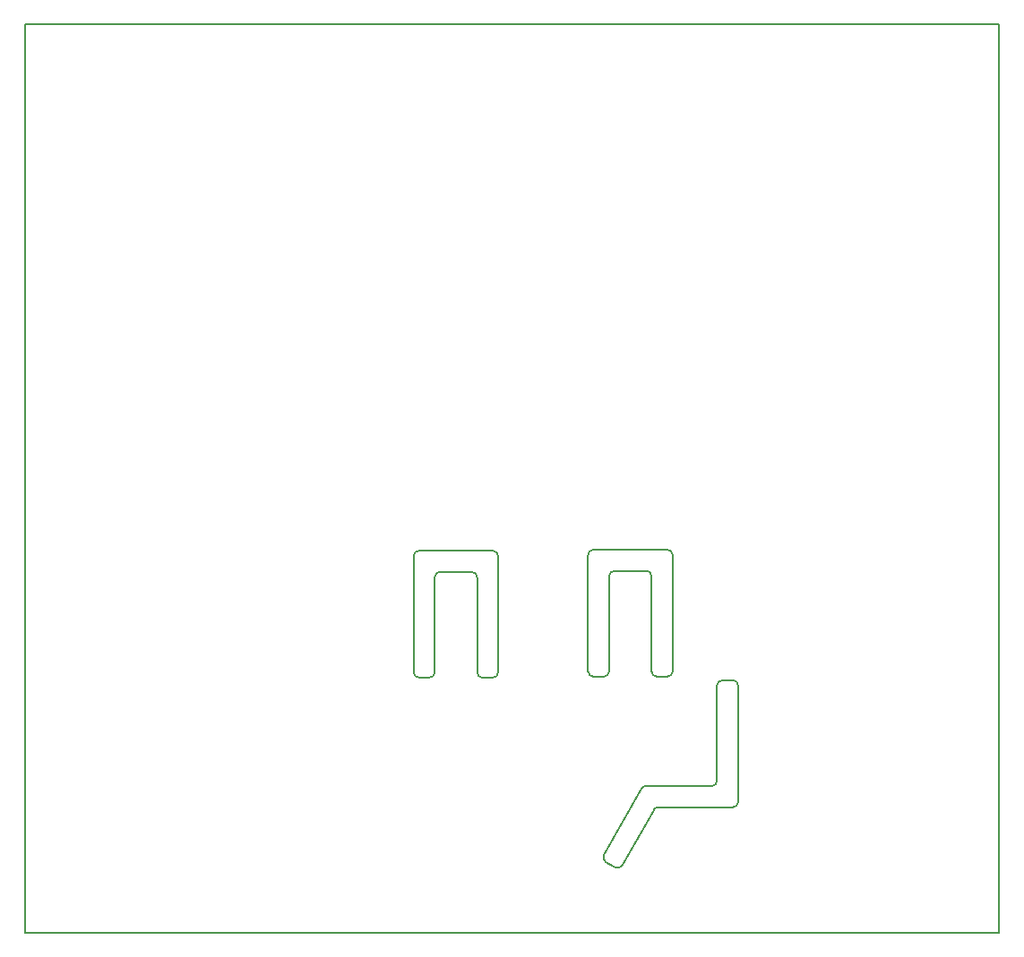
<source format=gbr>
%TF.GenerationSoftware,KiCad,Pcbnew,7.0.1*%
%TF.CreationDate,2023-03-22T21:04:12-04:00*%
%TF.ProjectId,esp32_pro_relay,65737033-325f-4707-926f-5f72656c6179,rev?*%
%TF.SameCoordinates,Original*%
%TF.FileFunction,Profile,NP*%
%FSLAX46Y46*%
G04 Gerber Fmt 4.6, Leading zero omitted, Abs format (unit mm)*
G04 Created by KiCad (PCBNEW 7.0.1) date 2023-03-22 21:04:12*
%MOMM*%
%LPD*%
G01*
G04 APERTURE LIST*
%TA.AperFunction,Profile*%
%ADD10C,0.200000*%
%TD*%
G04 APERTURE END LIST*
D10*
%TO.C,REF\u002A\u002A*%
X264428108Y-203311652D02*
X264428108Y-212311652D01*
X264928108Y-202811652D02*
X265927396Y-202811652D01*
X266427396Y-203311652D02*
X266427396Y-214311652D01*
X263928108Y-212811652D02*
X257719557Y-212811652D01*
X265927396Y-214811652D02*
X258884816Y-214811652D01*
X257284484Y-213065256D02*
X253737570Y-219328221D01*
X258449742Y-215065256D02*
X255488135Y-220294716D01*
X254816154Y-220488632D02*
X253935736Y-220014930D01*
X263928108Y-212811658D02*
G75*
G03*
X264428108Y-212311652I62J499938D01*
G01*
X254816154Y-220488632D02*
G75*
G03*
X255488135Y-220294716I236923J440257D01*
G01*
X265927396Y-214811656D02*
G75*
G03*
X266427396Y-214311652I54J499946D01*
G01*
X253737570Y-219328221D02*
G75*
G03*
X253935736Y-220014930I434974J-246425D01*
G01*
X264928108Y-202811658D02*
G75*
G03*
X264428108Y-203311652I82J-500082D01*
G01*
X266427398Y-203311652D02*
G75*
G03*
X265927396Y-202811652I-499948J52D01*
G01*
X257719557Y-212811653D02*
G75*
G03*
X257284485Y-213065256I117J-500199D01*
G01*
X258884816Y-214811653D02*
G75*
G03*
X258449742Y-215065256I59J-500102D01*
G01*
X258740000Y-202460000D02*
X259740000Y-202460000D01*
X252740000Y-190460000D02*
X259740000Y-190460000D01*
X260240000Y-201960000D02*
X260240000Y-190960000D01*
X252240000Y-190960000D02*
X252240000Y-201960000D01*
X252740000Y-202460000D02*
X253740000Y-202460000D01*
X258240000Y-192960000D02*
X258240000Y-201960000D01*
X254240000Y-201960000D02*
X254240000Y-192960000D01*
X254740000Y-192460000D02*
X257740000Y-192460000D01*
X254740000Y-192460000D02*
G75*
G03*
X254240000Y-192960000I1J-500001D01*
G01*
X252240000Y-201960000D02*
G75*
G03*
X252740000Y-202460000I500001J1D01*
G01*
X258240000Y-201960000D02*
G75*
G03*
X258740000Y-202460000I500000J0D01*
G01*
X258240000Y-192960000D02*
G75*
G03*
X257740000Y-192460000I-500000J0D01*
G01*
X260240000Y-190960000D02*
G75*
G03*
X259740000Y-190460000I-500000J0D01*
G01*
X253740000Y-202460000D02*
G75*
G03*
X254240000Y-201960000I-1J500001D01*
G01*
X259740000Y-202460000D02*
G75*
G03*
X260240000Y-201960000I0J500000D01*
G01*
X252740000Y-190460000D02*
G75*
G03*
X252240000Y-190960000I1J-500001D01*
G01*
%TO.C,V1.0.0*%
X199070000Y-140730000D02*
X291070000Y-140730000D01*
X291070000Y-226730000D02*
X199070000Y-226730000D01*
X291070000Y-140730000D02*
X291070000Y-226730000D01*
X199070000Y-226730000D02*
X199070000Y-140730000D01*
%TO.C,REF\u002A\u002A*%
X242250000Y-202560000D02*
X243250000Y-202560000D01*
X236250000Y-202560000D02*
X237250000Y-202560000D01*
X238250000Y-192560000D02*
X241250000Y-192560000D01*
X243750000Y-202060000D02*
X243750000Y-191060000D01*
X236250000Y-190560000D02*
X243250000Y-190560000D01*
X235750000Y-191060000D02*
X235750000Y-202060000D01*
X237750000Y-202060000D02*
X237750000Y-193060000D01*
X241750000Y-193060000D02*
X241750000Y-202060000D01*
X235750000Y-202060000D02*
G75*
G03*
X236250000Y-202560000I500001J1D01*
G01*
X238250000Y-192560000D02*
G75*
G03*
X237750000Y-193060000I1J-500001D01*
G01*
X243250000Y-202560000D02*
G75*
G03*
X243750000Y-202060000I0J500000D01*
G01*
X241750000Y-202060000D02*
G75*
G03*
X242250000Y-202560000I500000J0D01*
G01*
X241750000Y-193060000D02*
G75*
G03*
X241250000Y-192560000I-500000J0D01*
G01*
X237250000Y-202560000D02*
G75*
G03*
X237750000Y-202060000I-1J500001D01*
G01*
X243750000Y-191060000D02*
G75*
G03*
X243250000Y-190560000I-500000J0D01*
G01*
X236250000Y-190560000D02*
G75*
G03*
X235750000Y-191060000I1J-500001D01*
G01*
%TD*%
M02*

</source>
